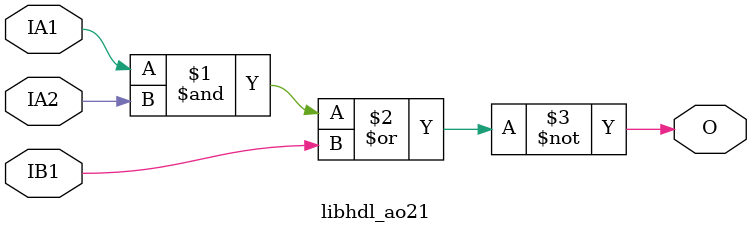
<source format=v>
`include "libhdl_timescale.vh"

module libhdl_ao21
(   output wire O,
    input  wire IA1,
    input  wire IA2,
    input  wire IB1);

assign O = ~((IA1 & IA2) | IB1);

endmodule

</source>
